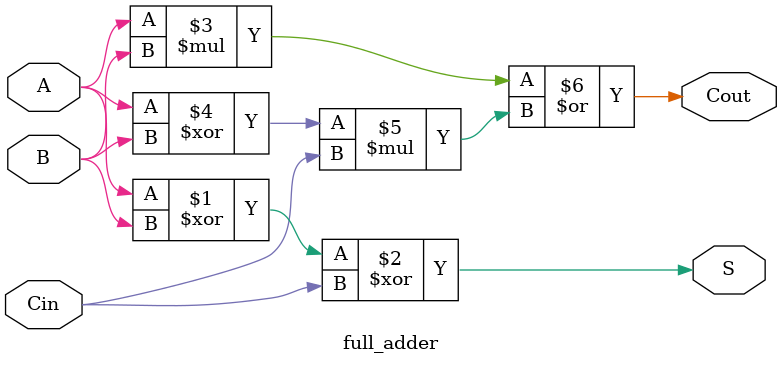
<source format=v>
module full_adder(
    output S,Cout,
    input A,B,Cin
);

    assign S = (A^B) ^ Cin;
    assign Cout = (A*B) | (A^B)*Cin;

endmodule

</source>
